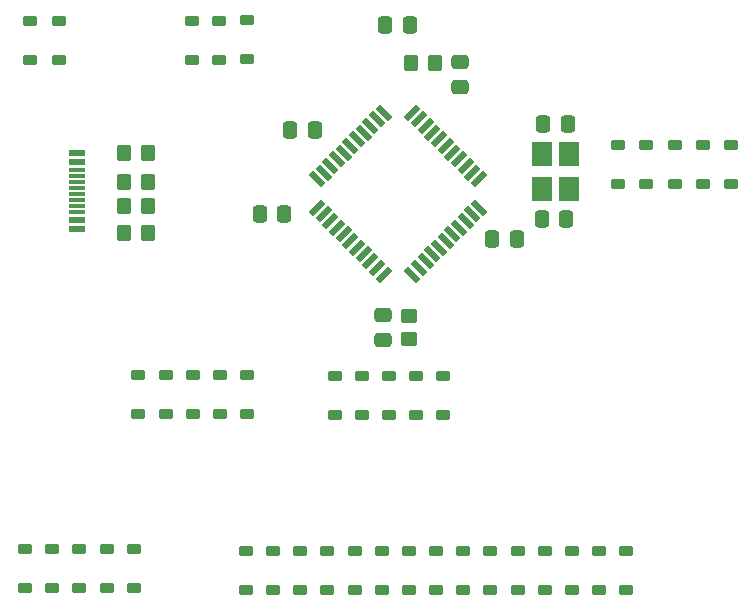
<source format=gbp>
G04 #@! TF.GenerationSoftware,KiCad,Pcbnew,8.0.9-8.0.9-0~ubuntu22.04.1*
G04 #@! TF.CreationDate,2025-05-22T00:01:40+08:00*
G04 #@! TF.ProjectId,macropad,6d616372-6f70-4616-942e-6b696361645f,rev?*
G04 #@! TF.SameCoordinates,Original*
G04 #@! TF.FileFunction,Paste,Bot*
G04 #@! TF.FilePolarity,Positive*
%FSLAX46Y46*%
G04 Gerber Fmt 4.6, Leading zero omitted, Abs format (unit mm)*
G04 Created by KiCad (PCBNEW 8.0.9-8.0.9-0~ubuntu22.04.1) date 2025-05-22 00:01:40*
%MOMM*%
%LPD*%
G01*
G04 APERTURE LIST*
G04 Aperture macros list*
%AMRoundRect*
0 Rectangle with rounded corners*
0 $1 Rounding radius*
0 $2 $3 $4 $5 $6 $7 $8 $9 X,Y pos of 4 corners*
0 Add a 4 corners polygon primitive as box body*
4,1,4,$2,$3,$4,$5,$6,$7,$8,$9,$2,$3,0*
0 Add four circle primitives for the rounded corners*
1,1,$1+$1,$2,$3*
1,1,$1+$1,$4,$5*
1,1,$1+$1,$6,$7*
1,1,$1+$1,$8,$9*
0 Add four rect primitives between the rounded corners*
20,1,$1+$1,$2,$3,$4,$5,0*
20,1,$1+$1,$4,$5,$6,$7,0*
20,1,$1+$1,$6,$7,$8,$9,0*
20,1,$1+$1,$8,$9,$2,$3,0*%
%AMRotRect*
0 Rectangle, with rotation*
0 The origin of the aperture is its center*
0 $1 length*
0 $2 width*
0 $3 Rotation angle, in degrees counterclockwise*
0 Add horizontal line*
21,1,$1,$2,0,0,$3*%
G04 Aperture macros list end*
%ADD10RoundRect,0.225000X0.375000X-0.225000X0.375000X0.225000X-0.375000X0.225000X-0.375000X-0.225000X0*%
%ADD11RoundRect,0.250000X-0.337500X-0.475000X0.337500X-0.475000X0.337500X0.475000X-0.337500X0.475000X0*%
%ADD12RoundRect,0.225000X-0.375000X0.225000X-0.375000X-0.225000X0.375000X-0.225000X0.375000X0.225000X0*%
%ADD13RoundRect,0.250000X-0.350000X-0.450000X0.350000X-0.450000X0.350000X0.450000X-0.350000X0.450000X0*%
%ADD14RoundRect,0.250000X0.350000X0.450000X-0.350000X0.450000X-0.350000X-0.450000X0.350000X-0.450000X0*%
%ADD15RoundRect,0.250000X0.337500X0.475000X-0.337500X0.475000X-0.337500X-0.475000X0.337500X-0.475000X0*%
%ADD16RoundRect,0.250000X0.475000X-0.337500X0.475000X0.337500X-0.475000X0.337500X-0.475000X-0.337500X0*%
%ADD17RoundRect,0.250000X-0.475000X0.337500X-0.475000X-0.337500X0.475000X-0.337500X0.475000X0.337500X0*%
%ADD18R,1.800000X2.100000*%
%ADD19RoundRect,0.250000X-0.450000X0.350000X-0.450000X-0.350000X0.450000X-0.350000X0.450000X0.350000X0*%
%ADD20R,1.450000X0.600000*%
%ADD21R,1.450000X0.300000*%
%ADD22RotRect,1.500000X0.550000X315.000000*%
%ADD23RotRect,1.500000X0.550000X225.000000*%
G04 APERTURE END LIST*
D10*
X83600000Y-92950000D03*
X83600000Y-89650000D03*
X69300000Y-92800000D03*
X69300000Y-89500000D03*
X78400000Y-107750000D03*
X78400000Y-104450000D03*
X112500000Y-73350000D03*
X112500000Y-70050000D03*
X73800000Y-107750000D03*
X73800000Y-104450000D03*
D11*
X98962500Y-68300000D03*
X101037500Y-68300000D03*
D12*
X71555556Y-59550000D03*
X71555556Y-62850000D03*
D13*
X63500000Y-73200000D03*
X65500000Y-73200000D03*
D10*
X90500000Y-92950000D03*
X90500000Y-89650000D03*
D12*
X87600000Y-104450000D03*
X87600000Y-107750000D03*
X101400000Y-104450000D03*
X101400000Y-107750000D03*
D10*
X81300000Y-92950000D03*
X81300000Y-89650000D03*
X67000000Y-92800000D03*
X67000000Y-89500000D03*
D12*
X99100000Y-104450000D03*
X99100000Y-107750000D03*
D14*
X65500000Y-77500000D03*
X63500000Y-77500000D03*
D11*
X85600000Y-59900000D03*
X87675000Y-59900000D03*
D10*
X73900000Y-92850000D03*
X73900000Y-89550000D03*
D15*
X77037500Y-75900000D03*
X74962500Y-75900000D03*
D11*
X94662500Y-78000000D03*
X96737500Y-78000000D03*
D12*
X96800000Y-104450000D03*
X96800000Y-107750000D03*
D10*
X76100000Y-107750000D03*
X76100000Y-104450000D03*
X114900000Y-73350000D03*
X114900000Y-70050000D03*
D12*
X55555556Y-59550000D03*
X55555556Y-62850000D03*
D16*
X91900000Y-65137500D03*
X91900000Y-63062500D03*
D10*
X64666667Y-92800000D03*
X64666667Y-89500000D03*
X64300000Y-107550000D03*
X64300000Y-104250000D03*
D14*
X65500000Y-75200000D03*
X63500000Y-75200000D03*
D10*
X55100000Y-107550000D03*
X55100000Y-104250000D03*
D12*
X94500000Y-104450000D03*
X94500000Y-107750000D03*
D15*
X79637500Y-68800000D03*
X77562500Y-68800000D03*
D10*
X85900000Y-92950000D03*
X85900000Y-89650000D03*
X105300000Y-73350000D03*
X105300000Y-70050000D03*
D17*
X85400000Y-84462500D03*
X85400000Y-86537500D03*
D12*
X85300000Y-104450000D03*
X85300000Y-107750000D03*
D18*
X98850000Y-73750000D03*
X98850000Y-70850000D03*
X101150000Y-70850000D03*
X101150000Y-73750000D03*
D12*
X69200000Y-59550000D03*
X69200000Y-62850000D03*
D10*
X59700000Y-107550000D03*
X59700000Y-104250000D03*
D12*
X58000000Y-59550000D03*
X58000000Y-62850000D03*
D10*
X62000000Y-107550000D03*
X62000000Y-104250000D03*
X83000000Y-107750000D03*
X83000000Y-104450000D03*
X80700000Y-107750000D03*
X80700000Y-104450000D03*
X71600000Y-92850000D03*
X71600000Y-89550000D03*
D12*
X73900000Y-59450000D03*
X73900000Y-62750000D03*
X92200000Y-104450000D03*
X92200000Y-107750000D03*
X89900000Y-104450000D03*
X89900000Y-107750000D03*
X106000000Y-104450000D03*
X106000000Y-107750000D03*
D14*
X65500000Y-70700000D03*
X63500000Y-70700000D03*
D19*
X87600000Y-84500000D03*
X87600000Y-86500000D03*
D10*
X88200000Y-92950000D03*
X88200000Y-89650000D03*
X107700000Y-73350000D03*
X107700000Y-70050000D03*
X110111108Y-73350000D03*
X110111108Y-70050000D03*
D20*
X59500000Y-77200000D03*
X59500000Y-76400000D03*
D21*
X59500000Y-75200000D03*
X59500000Y-74200000D03*
X59500000Y-73700000D03*
X59500000Y-72700000D03*
D20*
X59500000Y-71500000D03*
X59500000Y-70700000D03*
X59500000Y-70700000D03*
X59500000Y-71500000D03*
D21*
X59500000Y-72200000D03*
X59500000Y-73200000D03*
X59500000Y-74700000D03*
X59500000Y-75700000D03*
D20*
X59500000Y-76400000D03*
X59500000Y-77200000D03*
D22*
X79810555Y-72967409D03*
X80376241Y-72401724D03*
X80941926Y-71836039D03*
X81507611Y-71270353D03*
X82073297Y-70704668D03*
X82638982Y-70138982D03*
X83204668Y-69573297D03*
X83770353Y-69007611D03*
X84336039Y-68441926D03*
X84901724Y-67876241D03*
X85467409Y-67310555D03*
D23*
X87871573Y-67310555D03*
X88437258Y-67876241D03*
X89002943Y-68441926D03*
X89568629Y-69007611D03*
X90134314Y-69573297D03*
X90700000Y-70138982D03*
X91265685Y-70704668D03*
X91831371Y-71270353D03*
X92397056Y-71836039D03*
X92962741Y-72401724D03*
X93528427Y-72967409D03*
D22*
X93528427Y-75371573D03*
X92962741Y-75937258D03*
X92397056Y-76502943D03*
X91831371Y-77068629D03*
X91265685Y-77634314D03*
X90700000Y-78200000D03*
X90134314Y-78765685D03*
X89568629Y-79331371D03*
X89002943Y-79897056D03*
X88437258Y-80462741D03*
X87871573Y-81028427D03*
D23*
X85467409Y-81028427D03*
X84901724Y-80462741D03*
X84336039Y-79897056D03*
X83770353Y-79331371D03*
X83204668Y-78765685D03*
X82638982Y-78200000D03*
X82073297Y-77634314D03*
X81507611Y-77068629D03*
X80941926Y-76502943D03*
X80376241Y-75937258D03*
X79810555Y-75371573D03*
D14*
X89800000Y-63100000D03*
X87800000Y-63100000D03*
D10*
X57400000Y-107550000D03*
X57400000Y-104250000D03*
D15*
X100937500Y-76300000D03*
X98862500Y-76300000D03*
D12*
X103700000Y-104450000D03*
X103700000Y-107750000D03*
M02*

</source>
